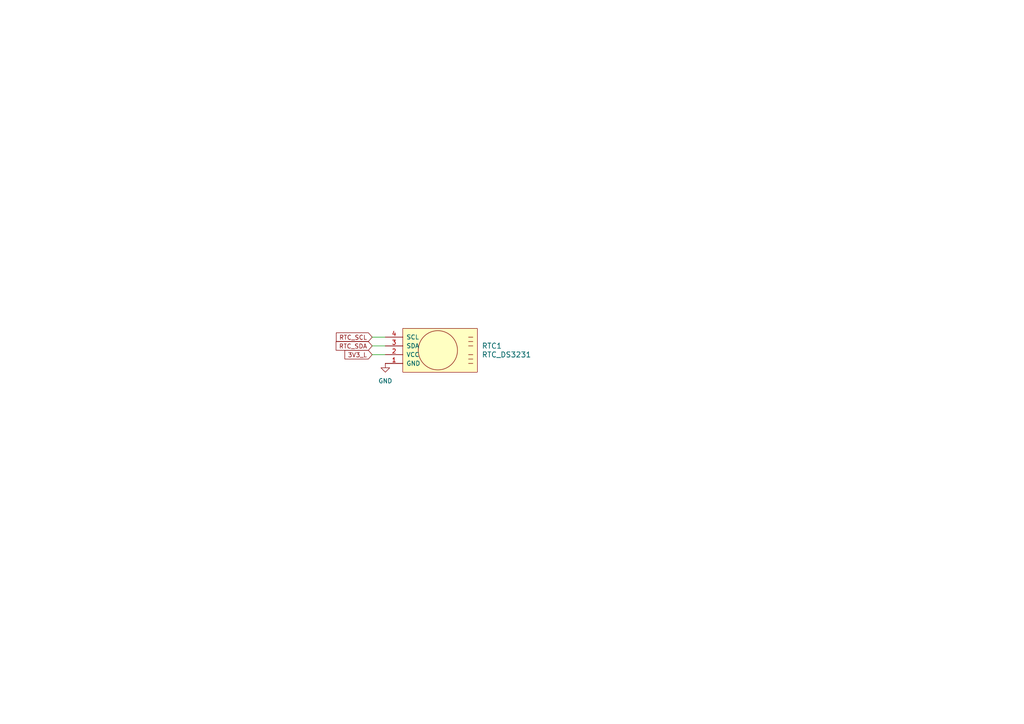
<source format=kicad_sch>
(kicad_sch (version 20231120) (generator "eeschema") (generator_version "8.0")
  (paper "A4")
  (lib_symbols
    (symbol "megasaturnv_custom_components:RTC_DS3231" (pin_names (offset 1.016))
      (property "Reference" "RTC" (at 0 -6.35 0))
      (property "Value" "RTC_DS3231" (at 0 8.89 0))
      (symbol "RTC_DS3231_0_1"
        (rectangle (start -11.43 7.62) (end 10.16 -5.08) (fill (type background)))
        (polyline (pts (xy -10.16 -2.54) (xy -8.89 -2.54)))
        (polyline (pts (xy -10.16 -1.27) (xy -8.89 -1.27)))
        (polyline (pts (xy -10.16 0) (xy -8.89 0)))
        (polyline (pts (xy -10.16 2.54) (xy -8.89 2.54)))
        (polyline (pts (xy -10.16 3.81) (xy -8.89 3.81)))
        (polyline (pts (xy -10.16 5.08) (xy -8.89 5.08)))
        (circle (center 0 1.27) (radius 5.6896))
      )
      (symbol "RTC_DS3231_1_1"
        (pin power_in line (at 15.24 5.08 180) (length 5.08) (name "GND") (number "1"))
        (pin power_in line (at 15.24 2.54 180) (length 5.08) (name "VCC") (number "2"))
        (pin bidirectional line (at 15.24 0 180) (length 5.08) (name "SDA") (number "3"))
        (pin input line (at 15.24 -2.54 180) (length 5.08) (name "SCL") (number "4"))
      )
    )
    (symbol "power:GND" (power) (pin_numbers hide) (pin_names (offset 0) hide)
      (property "Value" "GND" (at 0 -3.81 0))
      (symbol "GND_0_1"
        (polyline (pts (xy 0 0) (xy 0 -1.27) (xy 1.27 -1.27) (xy 0 -2.54) (xy -1.27 -1.27) (xy 0 -1.27)))
      )
      (symbol "GND_1_1"
        (pin power_in line (at 0 0 270) (length 0) (name "~") (number "1"))
      )
    )
  )
  (wire (pts (xy 111.76 100.33) (xy 107.95 100.33)))
  (wire (pts (xy 107.95 97.79) (xy 111.76 97.79)))
  (wire (pts (xy 107.95 102.87) (xy 111.76 102.87)))
  (global_label "RTC_SCL" (shape input) (at 107.95 97.79 180) (property "Intersheetrefs" "${INTERSHEET_REFS}" (effects (hide yes))))
  (global_label "3V3_L" (shape input) (at 107.95 102.87 180) (property "Intersheetrefs" "${INTERSHEET_REFS}" (effects (hide yes))))
  (global_label "RTC_SDA" (shape input) (at 107.95 100.33 180) (property "Intersheetrefs" "${INTERSHEET_REFS}" (effects (hide yes))))
  (symbol (lib_id "megasaturnv_custom_components:RTC_DS3231") (at 127 100.33 180) (unit 1)
    (property "Reference" "RTC1" (at 139.7 100.3299 0) (effects (font (size 1.524 1.524)) (justify right)))
    (property "Value" "RTC_DS3231" (at 139.7 102.8699 0) (effects (font (size 1.524 1.524)) (justify right)))
  )
  (symbol (lib_id "power:GND") (at 111.76 105.41 0) (unit 1)
    (property "Reference" "#PWR019" (effects (hide yes)))
    (property "Value" "GND" (at 111.76 110.49 0))
    (property "Description" "Power symbol creates a global label with name \"GND\" , ground" (effects (hide yes)))
  )
)
</source>
